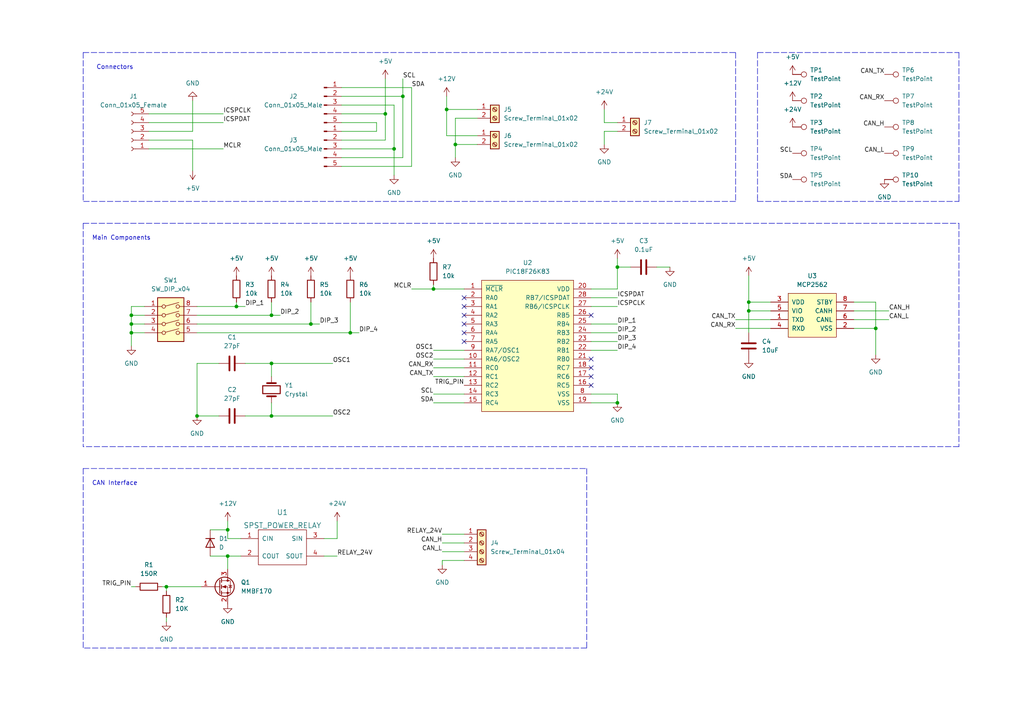
<source format=kicad_sch>
(kicad_sch (version 20211123) (generator eeschema)
  (paper "A4")
  (title_block (title "Towerside CAN Support") (date "2022-09-26") (company "Waterloo Rocketry"))
  (lib_symbols
    (symbol "Connector:Conn_01x05_Female" (pin_names (offset 1.016) hide)
      (property "Reference" "J" (at 0 7.62 0))
      (property "Value" "Conn_01x05_Female" (at 0 -7.62 0))
      (symbol "Conn_01x05_Female_1_1"
        (arc (start 0 -4.572) (mid -0.508 -5.08) (end 0 -5.588) (stroke (width 0.1524)))
        (arc (start 0 -2.032) (mid -0.508 -2.54) (end 0 -3.048) (stroke (width 0.1524)))
        (polyline (pts (xy -1.27 -5.08) (xy -0.508 -5.08)) (stroke (width 0.1524)))
        (polyline (pts (xy -1.27 -2.54) (xy -0.508 -2.54)) (stroke (width 0.1524)))
        (polyline (pts (xy -1.27 0) (xy -0.508 0)) (stroke (width 0.1524)))
        (polyline (pts (xy -1.27 2.54) (xy -0.508 2.54)) (stroke (width 0.1524)))
        (polyline (pts (xy -1.27 5.08) (xy -0.508 5.08)) (stroke (width 0.1524)))
        (arc (start 0 0.508) (mid -0.508 0) (end 0 -0.508) (stroke (width 0.1524)))
        (arc (start 0 3.048) (mid -0.508 2.54) (end 0 2.032) (stroke (width 0.1524)))
        (arc (start 0 5.588) (mid -0.508 5.08) (end 0 4.572) (stroke (width 0.1524)))
        (pin passive line (at -5.08 5.08 0) (length 3.81) (name "Pin_1") (number "1"))
        (pin passive line (at -5.08 2.54 0) (length 3.81) (name "Pin_2") (number "2"))
        (pin passive line (at -5.08 0 0) (length 3.81) (name "Pin_3") (number "3"))
        (pin passive line (at -5.08 -2.54 0) (length 3.81) (name "Pin_4") (number "4"))
        (pin passive line (at -5.08 -5.08 0) (length 3.81) (name "Pin_5") (number "5"))
      )
    )
    (symbol "Connector:Conn_01x05_Male" (pin_names (offset 1.016) hide)
      (property "Reference" "J" (at 0 7.62 0))
      (property "Value" "Conn_01x05_Male" (at 0 -7.62 0))
      (symbol "Conn_01x05_Male_1_1"
        (polyline (pts (xy 1.27 -5.08) (xy 0.8636 -5.08)) (stroke (width 0.1524)))
        (polyline (pts (xy 1.27 -2.54) (xy 0.8636 -2.54)) (stroke (width 0.1524)))
        (polyline (pts (xy 1.27 0) (xy 0.8636 0)) (stroke (width 0.1524)))
        (polyline (pts (xy 1.27 2.54) (xy 0.8636 2.54)) (stroke (width 0.1524)))
        (polyline (pts (xy 1.27 5.08) (xy 0.8636 5.08)) (stroke (width 0.1524)))
        (rectangle (start 0.8636 -4.953) (end 0 -5.207) (stroke (width 0.1524)) (fill (type outline)))
        (rectangle (start 0.8636 -2.413) (end 0 -2.667) (stroke (width 0.1524)) (fill (type outline)))
        (rectangle (start 0.8636 0.127) (end 0 -0.127) (stroke (width 0.1524)) (fill (type outline)))
        (rectangle (start 0.8636 2.667) (end 0 2.413) (stroke (width 0.1524)) (fill (type outline)))
        (rectangle (start 0.8636 5.207) (end 0 4.953) (stroke (width 0.1524)) (fill (type outline)))
        (pin passive line (at 5.08 5.08 180) (length 3.81) (name "Pin_1") (number "1"))
        (pin passive line (at 5.08 2.54 180) (length 3.81) (name "Pin_2") (number "2"))
        (pin passive line (at 5.08 0 180) (length 3.81) (name "Pin_3") (number "3"))
        (pin passive line (at 5.08 -2.54 180) (length 3.81) (name "Pin_4") (number "4"))
        (pin passive line (at 5.08 -5.08 180) (length 3.81) (name "Pin_5") (number "5"))
      )
    )
    (symbol "Connector:Screw_Terminal_01x02" (pin_names (offset 1.016) hide)
      (property "Reference" "J" (at 0 2.54 0))
      (property "Value" "Screw_Terminal_01x02" (at 0 -5.08 0))
      (symbol "Screw_Terminal_01x02_1_1"
        (rectangle (start -1.27 1.27) (end 1.27 -3.81) (stroke (width 0.254)) (fill (type background)))
        (circle (center 0 -2.54) (radius 0.635) (stroke (width 0.1524)))
        (polyline (pts (xy -0.5334 -2.2098) (xy 0.3302 -3.048)) (stroke (width 0.1524)))
        (polyline (pts (xy -0.5334 0.3302) (xy 0.3302 -0.508)) (stroke (width 0.1524)))
        (polyline (pts (xy -0.3556 -2.032) (xy 0.508 -2.8702)) (stroke (width 0.1524)))
        (polyline (pts (xy -0.3556 0.508) (xy 0.508 -0.3302)) (stroke (width 0.1524)))
        (circle (center 0 0) (radius 0.635) (stroke (width 0.1524)))
        (pin passive line (at -5.08 0 0) (length 3.81) (name "Pin_1") (number "1"))
        (pin passive line (at -5.08 -2.54 0) (length 3.81) (name "Pin_2") (number "2"))
      )
    )
    (symbol "Connector:Screw_Terminal_01x04" (pin_names (offset 1.016) hide)
      (property "Reference" "J" (at 0 5.08 0))
      (property "Value" "Screw_Terminal_01x04" (at 0 -7.62 0))
      (symbol "Screw_Terminal_01x04_1_1"
        (rectangle (start -1.27 3.81) (end 1.27 -6.35) (stroke (width 0.254)) (fill (type background)))
        (circle (center 0 -5.08) (radius 0.635) (stroke (width 0.1524)))
        (circle (center 0 -2.54) (radius 0.635) (stroke (width 0.1524)))
        (polyline (pts (xy -0.5334 -4.7498) (xy 0.3302 -5.588)) (stroke (width 0.1524)))
        (polyline (pts (xy -0.5334 -2.2098) (xy 0.3302 -3.048)) (stroke (width 0.1524)))
        (polyline (pts (xy -0.5334 0.3302) (xy 0.3302 -0.508)) (stroke (width 0.1524)))
        (polyline (pts (xy -0.5334 2.8702) (xy 0.3302 2.032)) (stroke (width 0.1524)))
        (polyline (pts (xy -0.3556 -4.572) (xy 0.508 -5.4102)) (stroke (width 0.1524)))
        (polyline (pts (xy -0.3556 -2.032) (xy 0.508 -2.8702)) (stroke (width 0.1524)))
        (polyline (pts (xy -0.3556 0.508) (xy 0.508 -0.3302)) (stroke (width 0.1524)))
        (polyline (pts (xy -0.3556 3.048) (xy 0.508 2.2098)) (stroke (width 0.1524)))
        (circle (center 0 0) (radius 0.635) (stroke (width 0.1524)))
        (circle (center 0 2.54) (radius 0.635) (stroke (width 0.1524)))
        (pin passive line (at -5.08 2.54 0) (length 3.81) (name "Pin_1") (number "1"))
        (pin passive line (at -5.08 0 0) (length 3.81) (name "Pin_2") (number "2"))
        (pin passive line (at -5.08 -2.54 0) (length 3.81) (name "Pin_3") (number "3"))
        (pin passive line (at -5.08 -5.08 0) (length 3.81) (name "Pin_4") (number "4"))
      )
    )
    (symbol "Connector:TestPoint" (pin_numbers hide) (pin_names (offset 0.762) hide)
      (property "Reference" "TP" (at 0 6.858 0))
      (property "Value" "TestPoint" (at 0 5.08 0))
      (symbol "TestPoint_0_1"
        (circle (center 0 3.302) (radius 0.762))
      )
      (symbol "TestPoint_1_1"
        (pin passive line (at 0 0 90) (length 2.54) (name "1") (number "1"))
      )
    )
    (symbol "Device:C" (pin_numbers hide) (pin_names (offset 0.254))
      (property "Reference" "C" (at 0.635 2.54 0))
      (property "Value" "C" (at 0.635 -2.54 0))
      (symbol "C_0_1"
        (polyline (pts (xy -2.032 -0.762) (xy 2.032 -0.762)) (stroke (width 0.508)))
        (polyline (pts (xy -2.032 0.762) (xy 2.032 0.762)) (stroke (width 0.508)))
      )
      (symbol "C_1_1"
        (pin passive line (at 0 3.81 270) (length 2.794) (name "~") (number "1"))
        (pin passive line (at 0 -3.81 90) (length 2.794) (name "~") (number "2"))
      )
    )
    (symbol "Device:Crystal" (pin_numbers hide) (pin_names (offset 1.016) hide)
      (property "Reference" "Y" (at 0 3.81 0))
      (property "Value" "Crystal" (at 0 -3.81 0))
      (symbol "Crystal_0_1"
        (rectangle (start -1.143 2.54) (end 1.143 -2.54) (stroke (width 0.3048)))
        (polyline (pts (xy -2.54 0) (xy -1.905 0)))
        (polyline (pts (xy -1.905 -1.27) (xy -1.905 1.27)) (stroke (width 0.508)))
        (polyline (pts (xy 1.905 -1.27) (xy 1.905 1.27)) (stroke (width 0.508)))
        (polyline (pts (xy 2.54 0) (xy 1.905 0)))
      )
      (symbol "Crystal_1_1"
        (pin passive line (at -3.81 0 0) (length 1.27) (name "1") (number "1"))
        (pin passive line (at 3.81 0 180) (length 1.27) (name "2") (number "2"))
      )
    )
    (symbol "Device:D" (pin_numbers hide) (pin_names (offset 1.016) hide)
      (property "Reference" "D" (at 0 2.54 0))
      (property "Value" "D" (at 0 -2.54 0))
      (symbol "D_0_1"
        (polyline (pts (xy -1.27 1.27) (xy -1.27 -1.27)) (stroke (width 0.254)))
        (polyline (pts (xy 1.27 0) (xy -1.27 0)))
        (polyline (pts (xy 1.27 1.27) (xy 1.27 -1.27) (xy -1.27 0) (xy 1.27 1.27)) (stroke (width 0.254)))
      )
      (symbol "D_1_1"
        (pin passive line (at -3.81 0 0) (length 2.54) (name "K") (number "1"))
        (pin passive line (at 3.81 0 180) (length 2.54) (name "A") (number "2"))
      )
    )
    (symbol "Device:Q_NMOS_GSD" (pin_names (offset 0) hide)
      (property "Reference" "Q" (at 5.08 1.27 0))
      (property "Value" "Q_NMOS_GSD" (at 5.08 -1.27 0))
      (symbol "Q_NMOS_GSD_0_1"
        (polyline (pts (xy 0.254 0) (xy -2.54 0)))
        (polyline (pts (xy 0.254 1.905) (xy 0.254 -1.905)) (stroke (width 0.254)))
        (polyline (pts (xy 0.762 -1.27) (xy 0.762 -2.286)) (stroke (width 0.254)))
        (polyline (pts (xy 0.762 0.508) (xy 0.762 -0.508)) (stroke (width 0.254)))
        (polyline (pts (xy 0.762 2.286) (xy 0.762 1.27)) (stroke (width 0.254)))
        (polyline (pts (xy 2.54 2.54) (xy 2.54 1.778)))
        (polyline (pts (xy 2.54 -2.54) (xy 2.54 0) (xy 0.762 0)))
        (polyline (pts (xy 0.762 -1.778) (xy 3.302 -1.778) (xy 3.302 1.778) (xy 0.762 1.778)))
        (polyline (pts (xy 1.016 0) (xy 2.032 0.381) (xy 2.032 -0.381) (xy 1.016 0)) (fill (type outline)))
        (polyline (pts (xy 2.794 0.508) (xy 2.921 0.381) (xy 3.683 0.381) (xy 3.81 0.254)))
        (polyline (pts (xy 3.302 0.381) (xy 2.921 -0.254) (xy 3.683 -0.254) (xy 3.302 0.381)))
        (circle (center 1.651 0) (radius 2.794) (stroke (width 0.254)))
        (circle (center 2.54 -1.778) (radius 0.254) (fill (type outline)))
        (circle (center 2.54 1.778) (radius 0.254) (fill (type outline)))
      )
      (symbol "Q_NMOS_GSD_1_1"
        (pin input line (at -5.08 0 0) (length 2.54) (name "G") (number "1"))
        (pin passive line (at 2.54 -5.08 90) (length 2.54) (name "S") (number "2"))
        (pin passive line (at 2.54 5.08 270) (length 2.54) (name "D") (number "3"))
      )
    )
    (symbol "Device:R" (pin_numbers hide) (pin_names (offset 0))
      (property "Reference" "R" (at 2.032 0 90))
      (property "Value" "R" (at 0 0 90))
      (symbol "R_0_1"
        (rectangle (start -1.016 -2.54) (end 1.016 2.54) (stroke (width 0.254)))
      )
      (symbol "R_1_1"
        (pin passive line (at 0 3.81 270) (length 1.27) (name "~") (number "1"))
        (pin passive line (at 0 -3.81 90) (length 1.27) (name "~") (number "2"))
      )
    )
    (symbol "Switch:SW_DIP_x04" (pin_names (offset 0) hide)
      (property "Reference" "SW" (at 0 8.89 0))
      (property "Value" "SW_DIP_x04" (at 0 -6.35 0))
      (symbol "SW_DIP_x04_0_0"
        (circle (center -2.032 -2.54) (radius 0.508))
        (circle (center -2.032 0) (radius 0.508))
        (circle (center -2.032 2.54) (radius 0.508))
        (circle (center -2.032 5.08) (radius 0.508))
        (polyline (pts (xy -1.524 -2.3876) (xy 2.3622 -1.3462)))
        (polyline (pts (xy -1.524 0.127) (xy 2.3622 1.1684)))
        (polyline (pts (xy -1.524 2.667) (xy 2.3622 3.7084)))
        (polyline (pts (xy -1.524 5.207) (xy 2.3622 6.2484)))
        (circle (center 2.032 -2.54) (radius 0.508))
        (circle (center 2.032 0) (radius 0.508))
        (circle (center 2.032 2.54) (radius 0.508))
        (circle (center 2.032 5.08) (radius 0.508))
      )
      (symbol "SW_DIP_x04_0_1"
        (rectangle (start -3.81 7.62) (end 3.81 -5.08) (stroke (width 0.254)) (fill (type background)))
      )
      (symbol "SW_DIP_x04_1_1"
        (pin passive line (at -7.62 5.08 0) (length 5.08) (name "~") (number "1"))
        (pin passive line (at -7.62 2.54 0) (length 5.08) (name "~") (number "2"))
        (pin passive line (at -7.62 0 0) (length 5.08) (name "~") (number "3"))
        (pin passive line (at -7.62 -2.54 0) (length 5.08) (name "~") (number "4"))
        (pin passive line (at 7.62 -2.54 180) (length 5.08) (name "~") (number "5"))
        (pin passive line (at 7.62 0 180) (length 5.08) (name "~") (number "6"))
        (pin passive line (at 7.62 2.54 180) (length 5.08) (name "~") (number "7"))
        (pin passive line (at 7.62 5.08 180) (length 5.08) (name "~") (number "8"))
      )
    )
    (symbol "canhw:MCP2562" (pin_names (offset 1.016))
      (property "Reference" "U" (at 5.08 3.81 0))
      (property "Value" "MCP2562" (at -3.81 3.81 0))
      (symbol "MCP2562_0_1"
        (rectangle (start -7.62 2.54) (end 6.35 -10.16) (fill (type background)))
      )
      (symbol "MCP2562_1_1"
        (pin bidirectional line (at -12.7 -5.08 0) (length 5.08) (name "TXD") (number "1"))
        (pin power_in line (at 11.43 -7.62 180) (length 5.08) (name "VSS") (number "2"))
        (pin power_in line (at -12.7 0 0) (length 5.08) (name "VDD") (number "3"))
        (pin bidirectional line (at -12.7 -7.62 0) (length 5.08) (name "RXD") (number "4"))
        (pin bidirectional line (at -12.7 -2.54 0) (length 5.08) (name "VIO") (number "5"))
        (pin bidirectional line (at 11.43 -5.08 180) (length 5.08) (name "CANL") (number "6"))
        (pin bidirectional line (at 11.43 -2.54 180) (length 5.08) (name "CANH") (number "7"))
        (pin bidirectional line (at 11.43 0 180) (length 5.08) (name "STBY") (number "8"))
      )
    )
    (symbol "canhw:PIC18F26K83" (pin_names (offset 1.016))
      (property "Reference" "U" (at 11.43 20.32 0))
      (property "Value" "PIC18F26K83" (at -7.62 20.32 0))
      (symbol "PIC18F26K83_0_1"
        (rectangle (start -13.97 19.05) (end 12.7 -19.05) (fill (type background)))
      )
      (symbol "PIC18F26K83_1_1"
        (pin input line (at -19.05 16.51 0) (length 5.08) (name "~{MCLR}") (number "1"))
        (pin bidirectional line (at -19.05 -3.81 0) (length 5.08) (name "RA6/OSC2") (number "10"))
        (pin bidirectional line (at -19.05 -6.35 0) (length 5.08) (name "RC0") (number "11"))
        (pin bidirectional line (at -19.05 -8.89 0) (length 5.08) (name "RC1") (number "12"))
        (pin bidirectional line (at -19.05 -11.43 0) (length 5.08) (name "RC2") (number "13"))
        (pin bidirectional line (at -19.05 -13.97 0) (length 5.08) (name "RC3") (number "14"))
        (pin bidirectional line (at -19.05 -16.51 0) (length 5.08) (name "RC4") (number "15"))
        (pin bidirectional line (at 17.78 -11.43 180) (length 5.08) (name "RC5") (number "16"))
        (pin bidirectional line (at 17.78 -8.89 180) (length 5.08) (name "RC6") (number "17"))
        (pin bidirectional line (at 17.78 -6.35 180) (length 5.08) (name "RC7") (number "18"))
        (pin power_in line (at 17.78 -16.51 180) (length 5.08) (name "VSS") (number "19"))
        (pin bidirectional line (at -19.05 13.97 0) (length 5.08) (name "RA0") (number "2"))
        (pin power_in line (at 17.78 16.51 180) (length 5.08) (name "VDD") (number "20"))
        (pin bidirectional line (at 17.78 -3.81 180) (length 5.08) (name "RB0") (number "21"))
        (pin bidirectional line (at 17.78 -1.27 180) (length 5.08) (name "RB1") (number "22"))
        (pin bidirectional line (at 17.78 1.27 180) (length 5.08) (name "RB2") (number "23"))
        (pin bidirectional line (at 17.78 3.81 180) (length 5.08) (name "RB3") (number "24"))
        (pin bidirectional line (at 17.78 6.35 180) (length 5.08) (name "RB4") (number "25"))
        (pin bidirectional line (at 17.78 8.89 180) (length 5.08) (name "RB5") (number "26"))
        (pin bidirectional line (at 17.78 11.43 180) (length 5.08) (name "RB6/ICSPCLK") (number "27"))
        (pin bidirectional line (at 17.78 13.97 180) (length 5.08) (name "RB7/ICSPDAT") (number "28"))
        (pin bidirectional line (at -19.05 11.43 0) (length 5.08) (name "RA1") (number "3"))
        (pin bidirectional line (at -19.05 8.89 0) (length 5.08) (name "RA2") (number "4"))
        (pin bidirectional line (at -19.05 6.35 0) (length 5.08) (name "RA3") (number "5"))
        (pin bidirectional line (at -19.05 3.81 0) (length 5.08) (name "RA4") (number "6"))
        (pin bidirectional line (at -19.05 1.27 0) (length 5.08) (name "RA5") (number "7"))
        (pin power_in line (at 17.78 -13.97 180) (length 5.08) (name "VSS") (number "8"))
        (pin bidirectional line (at -19.05 -1.27 0) (length 5.08) (name "RA7/OSC1") (number "9"))
      )
    )
    (symbol "custom:SPST_POWER_RELAY" (pin_names (offset 1.016))
      (property "Reference" "U" (at 5.08 -13.97 0))
      (property "Value" "SPST_POWER_RELAY" (at 0 0 0))
      (symbol "SPST_POWER_RELAY_0_1"
        (rectangle (start -7.62 -2.54) (end 6.35 -12.7))
      )
      (symbol "SPST_POWER_RELAY_1_1"
        (pin input line (at -12.7 -5.08 0) (length 5.08) (name "CIN") (number "1"))
        (pin output line (at -12.7 -10.16 0) (length 5.08) (name "COUT") (number "2"))
        (pin input line (at 11.43 -5.08 180) (length 5.08) (name "SIN") (number "3"))
        (pin output line (at 11.43 -10.16 180) (length 5.08) (name "SOUT") (number "4"))
      )
    )
    (symbol "power:+12V" (power) (pin_names (offset 0))
      (property "Value" "+12V" (at 0 3.556 0))
      (symbol "+12V_0_1"
        (polyline (pts (xy -0.762 1.27) (xy 0 2.54)))
        (polyline (pts (xy 0 0) (xy 0 2.54)))
        (polyline (pts (xy 0 2.54) (xy 0.762 1.27)))
      )
      (symbol "+12V_1_1"
        (pin power_in line (at 0 0 90) (length 0) hide (name "+12V") (number "1"))
      )
    )
    (symbol "power:+24V" (power) (pin_names (offset 0))
      (property "Value" "+24V" (at 0 3.556 0))
      (symbol "+24V_0_1"
        (polyline (pts (xy -0.762 1.27) (xy 0 2.54)))
        (polyline (pts (xy 0 0) (xy 0 2.54)))
        (polyline (pts (xy 0 2.54) (xy 0.762 1.27)))
      )
      (symbol "+24V_1_1"
        (pin power_in line (at 0 0 90) (length 0) hide (name "+24V") (number "1"))
      )
    )
    (symbol "power:+5V" (power) (pin_names (offset 0))
      (property "Value" "+5V" (at 0 3.556 0))
      (symbol "+5V_0_1"
        (polyline (pts (xy -0.762 1.27) (xy 0 2.54)))
        (polyline (pts (xy 0 0) (xy 0 2.54)))
        (polyline (pts (xy 0 2.54) (xy 0.762 1.27)))
      )
      (symbol "+5V_1_1"
        (pin power_in line (at 0 0 90) (length 0) hide (name "+5V") (number "1"))
      )
    )
    (symbol "power:GND" (power) (pin_names (offset 0))
      (property "Value" "GND" (at 0 -3.81 0))
      (symbol "GND_0_1"
        (polyline (pts (xy 0 0) (xy 0 -1.27) (xy 1.27 -1.27) (xy 0 -2.54) (xy -1.27 -1.27) (xy 0 -1.27)))
      )
      (symbol "GND_1_1"
        (pin power_in line (at 0 0 270) (length 0) hide (name "GND") (number "1"))
      )
    )
  )
  (junction (at 48.26 170.18))
  (junction (at 217.17 87.63))
  (junction (at 38.1 96.52))
  (junction (at 217.17 90.17))
  (junction (at 66.04 161.29))
  (junction (at 38.1 93.98))
  (junction (at 114.3 43.18))
  (junction (at 66.04 153.67))
  (junction (at 179.07 116.84))
  (junction (at 78.74 105.41))
  (junction (at 179.07 77.47))
  (junction (at 254 95.25))
  (junction (at 68.58 88.9))
  (junction (at 111.76 33.02))
  (junction (at 57.15 120.65))
  (junction (at 90.17 93.98))
  (junction (at 129.54 31.75))
  (junction (at 78.74 120.65))
  (junction (at 132.08 41.91))
  (junction (at 125.73 83.82))
  (junction (at 116.84 27.94))
  (junction (at 78.74 91.44))
  (junction (at 38.1 91.44))
  (junction (at 101.6 96.52))
  (no_connect (at 171.45 106.68))
  (no_connect (at 171.45 111.76))
  (no_connect (at 171.45 109.22))
  (no_connect (at 171.45 91.44))
  (no_connect (at 134.62 93.98))
  (no_connect (at 134.62 91.44))
  (no_connect (at 134.62 86.36))
  (no_connect (at 134.62 88.9))
  (no_connect (at 134.62 99.06))
  (no_connect (at 134.62 96.52))
  (no_connect (at 171.45 104.14))
  (wire (pts (xy 111.76 40.64) (xy 99.06 40.64)))
  (wire (pts (xy 99.06 43.18) (xy 114.3 43.18)))
  (wire (pts (xy 179.07 116.84) (xy 179.07 114.3)))
  (wire (pts (xy 171.45 99.06) (xy 179.07 99.06)))
  (wire (pts (xy 109.22 38.1) (xy 99.06 38.1)))
  (wire (pts (xy 38.1 91.44) (xy 41.91 91.44)))
  (wire (pts (xy 78.74 105.41) (xy 96.52 105.41)))
  (wire (pts (xy 68.58 87.63) (xy 68.58 88.9)))
  (polyline (pts (xy 213.36 58.42) (xy 24.13 58.42)))
  (wire (pts (xy 217.17 90.17) (xy 217.17 96.52)))
  (wire (pts (xy 57.15 120.65) (xy 63.5 120.65)))
  (wire (pts (xy 116.84 27.94) (xy 116.84 45.72)))
  (wire (pts (xy 38.1 96.52) (xy 38.1 100.33)))
  (wire (pts (xy 128.27 160.02) (xy 134.62 160.02)))
  (wire (pts (xy 213.36 95.25) (xy 223.52 95.25)))
  (wire (pts (xy 190.5 77.47) (xy 194.31 77.47)))
  (wire (pts (xy 119.38 25.4) (xy 99.06 25.4)))
  (polyline (pts (xy 170.18 135.89) (xy 170.18 187.96)))
  (wire (pts (xy 66.04 156.21) (xy 69.85 156.21)))
  (wire (pts (xy 78.74 91.44) (xy 81.28 91.44)))
  (wire (pts (xy 179.07 77.47) (xy 179.07 83.82)))
  (wire (pts (xy 90.17 87.63) (xy 90.17 93.98)))
  (wire (pts (xy 119.38 83.82) (xy 125.73 83.82)))
  (wire (pts (xy 99.06 48.26) (xy 119.38 48.26)))
  (wire (pts (xy 43.18 35.56) (xy 64.77 35.56)))
  (wire (pts (xy 99.06 35.56) (xy 109.22 35.56)))
  (wire (pts (xy 179.07 38.1) (xy 175.26 38.1)))
  (wire (pts (xy 41.91 88.9) (xy 38.1 88.9)))
  (wire (pts (xy 114.3 43.18) (xy 114.3 30.48)))
  (wire (pts (xy 55.88 29.21) (xy 55.88 38.1)))
  (wire (pts (xy 132.08 41.91) (xy 132.08 45.72)))
  (wire (pts (xy 128.27 157.48) (xy 134.62 157.48)))
  (polyline (pts (xy 219.71 15.24) (xy 278.13 15.24)))
  (wire (pts (xy 78.74 109.22) (xy 78.74 105.41)))
  (polyline (pts (xy 24.13 135.89) (xy 24.13 187.96)))
  (wire (pts (xy 175.26 31.75) (xy 175.26 35.56)))
  (wire (pts (xy 48.26 170.18) (xy 58.42 170.18)))
  (wire (pts (xy 254 95.25) (xy 254 102.87)))
  (wire (pts (xy 171.45 93.98) (xy 179.07 93.98)))
  (wire (pts (xy 125.73 83.82) (xy 134.62 83.82)))
  (wire (pts (xy 78.74 116.84) (xy 78.74 120.65)))
  (wire (pts (xy 43.18 38.1) (xy 55.88 38.1)))
  (wire (pts (xy 179.07 77.47) (xy 182.88 77.47)))
  (wire (pts (xy 57.15 105.41) (xy 57.15 120.65)))
  (wire (pts (xy 125.73 109.22) (xy 134.62 109.22)))
  (wire (pts (xy 38.1 88.9) (xy 38.1 91.44)))
  (wire (pts (xy 97.79 151.13) (xy 97.79 156.21)))
  (polyline (pts (xy 170.18 187.96) (xy 24.13 187.96)))
  (wire (pts (xy 116.84 45.72) (xy 99.06 45.72)))
  (wire (pts (xy 43.18 33.02) (xy 64.77 33.02)))
  (wire (pts (xy 71.12 120.65) (xy 78.74 120.65)))
  (wire (pts (xy 129.54 39.37) (xy 138.43 39.37)))
  (wire (pts (xy 138.43 34.29) (xy 132.08 34.29)))
  (wire (pts (xy 66.04 161.29) (xy 66.04 165.1)))
  (wire (pts (xy 171.45 96.52) (xy 179.07 96.52)))
  (wire (pts (xy 93.98 156.21) (xy 97.79 156.21)))
  (wire (pts (xy 171.45 116.84) (xy 179.07 116.84)))
  (wire (pts (xy 116.84 22.86) (xy 116.84 27.94)))
  (wire (pts (xy 171.45 101.6) (xy 179.07 101.6)))
  (wire (pts (xy 223.52 90.17) (xy 217.17 90.17)))
  (wire (pts (xy 171.45 83.82) (xy 179.07 83.82)))
  (wire (pts (xy 138.43 31.75) (xy 129.54 31.75)))
  (wire (pts (xy 43.18 43.18) (xy 64.77 43.18)))
  (wire (pts (xy 43.18 40.64) (xy 55.88 40.64)))
  (wire (pts (xy 101.6 96.52) (xy 104.14 96.52)))
  (wire (pts (xy 48.26 170.18) (xy 48.26 171.45)))
  (wire (pts (xy 134.62 154.94) (xy 128.27 154.94)))
  (wire (pts (xy 119.38 48.26) (xy 119.38 25.4)))
  (wire (pts (xy 101.6 87.63) (xy 101.6 96.52)))
  (wire (pts (xy 132.08 41.91) (xy 138.43 41.91)))
  (polyline (pts (xy 24.13 15.24) (xy 213.36 15.24)))
  (wire (pts (xy 134.62 162.56) (xy 128.27 162.56)))
  (wire (pts (xy 90.17 93.98) (xy 92.71 93.98)))
  (polyline (pts (xy 278.13 58.42) (xy 278.13 57.15)))
  (polyline (pts (xy 278.13 129.54) (xy 24.13 129.54)))
  (wire (pts (xy 38.1 93.98) (xy 38.1 96.52)))
  (wire (pts (xy 125.73 116.84) (xy 134.62 116.84)))
  (wire (pts (xy 63.5 105.41) (xy 57.15 105.41)))
  (wire (pts (xy 247.65 95.25) (xy 254 95.25)))
  (wire (pts (xy 171.45 86.36) (xy 179.07 86.36)))
  (wire (pts (xy 125.73 101.6) (xy 134.62 101.6)))
  (polyline (pts (xy 219.71 58.42) (xy 278.13 58.42)))
  (wire (pts (xy 125.73 114.3) (xy 134.62 114.3)))
  (wire (pts (xy 171.45 88.9) (xy 179.07 88.9)))
  (polyline (pts (xy 278.13 64.77) (xy 278.13 129.54)))
  (wire (pts (xy 57.15 96.52) (xy 101.6 96.52)))
  (polyline (pts (xy 219.71 57.15) (xy 219.71 58.42)))
  (wire (pts (xy 247.65 87.63) (xy 254 87.63)))
  (wire (pts (xy 217.17 90.17) (xy 217.17 87.63)))
  (wire (pts (xy 179.07 74.93) (xy 179.07 77.47)))
  (wire (pts (xy 129.54 27.94) (xy 129.54 31.75)))
  (wire (pts (xy 254 87.63) (xy 254 95.25)))
  (polyline (pts (xy 24.13 135.89) (xy 170.18 135.89)))
  (wire (pts (xy 111.76 33.02) (xy 111.76 40.64)))
  (polyline (pts (xy 24.13 64.77) (xy 24.13 129.54)))
  (wire (pts (xy 48.26 179.07) (xy 48.26 180.34)))
  (wire (pts (xy 66.04 161.29) (xy 69.85 161.29)))
  (wire (pts (xy 111.76 22.86) (xy 111.76 33.02)))
  (polyline (pts (xy 24.13 64.77) (xy 278.13 64.77)))
  (wire (pts (xy 57.15 91.44) (xy 78.74 91.44)))
  (wire (pts (xy 179.07 35.56) (xy 175.26 35.56)))
  (wire (pts (xy 125.73 82.55) (xy 125.73 83.82)))
  (wire (pts (xy 217.17 80.01) (xy 217.17 87.63)))
  (wire (pts (xy 46.99 170.18) (xy 48.26 170.18)))
  (wire (pts (xy 78.74 87.63) (xy 78.74 91.44)))
  (wire (pts (xy 171.45 114.3) (xy 179.07 114.3)))
  (wire (pts (xy 60.96 161.29) (xy 66.04 161.29)))
  (wire (pts (xy 66.04 151.13) (xy 66.04 153.67)))
  (wire (pts (xy 99.06 27.94) (xy 116.84 27.94)))
  (wire (pts (xy 175.26 38.1) (xy 175.26 41.91)))
  (wire (pts (xy 109.22 35.56) (xy 109.22 38.1)))
  (wire (pts (xy 213.36 92.71) (xy 223.52 92.71)))
  (wire (pts (xy 38.1 170.18) (xy 39.37 170.18)))
  (wire (pts (xy 57.15 88.9) (xy 68.58 88.9)))
  (polyline (pts (xy 213.36 15.24) (xy 213.36 58.42)))
  (wire (pts (xy 129.54 31.75) (xy 129.54 39.37)))
  (polyline (pts (xy 24.13 15.24) (xy 24.13 58.42)))
  (wire (pts (xy 38.1 91.44) (xy 38.1 93.98)))
  (wire (pts (xy 55.88 40.64) (xy 55.88 49.53)))
  (wire (pts (xy 71.12 105.41) (xy 78.74 105.41)))
  (wire (pts (xy 93.98 161.29) (xy 97.79 161.29)))
  (polyline (pts (xy 278.13 15.24) (xy 278.13 57.15)))
  (polyline (pts (xy 219.71 15.24) (xy 219.71 57.15)))
  (wire (pts (xy 247.65 90.17) (xy 257.81 90.17)))
  (wire (pts (xy 57.15 93.98) (xy 90.17 93.98)))
  (wire (pts (xy 38.1 93.98) (xy 41.91 93.98)))
  (wire (pts (xy 114.3 30.48) (xy 99.06 30.48)))
  (wire (pts (xy 68.58 88.9) (xy 71.12 88.9)))
  (wire (pts (xy 60.96 153.67) (xy 66.04 153.67)))
  (wire (pts (xy 99.06 33.02) (xy 111.76 33.02)))
  (wire (pts (xy 38.1 96.52) (xy 41.91 96.52)))
  (wire (pts (xy 125.73 106.68) (xy 134.62 106.68)))
  (wire (pts (xy 223.52 87.63) (xy 217.17 87.63)))
  (wire (pts (xy 247.65 92.71) (xy 257.81 92.71)))
  (wire (pts (xy 78.74 120.65) (xy 96.52 120.65)))
  (wire (pts (xy 114.3 43.18) (xy 114.3 50.8)))
  (wire (pts (xy 125.73 104.14) (xy 134.62 104.14)))
  (wire (pts (xy 66.04 153.67) (xy 66.04 156.21)))
  (wire (pts (xy 132.08 34.29) (xy 132.08 41.91)))
  (wire (pts (xy 128.27 162.56) (xy 128.27 163.83)))
  (text "CAN Interface\n" (at 26.67 140.97 0) (effects (font (size 1.27 1.27)) (justify left bottom)))
  (text "Main Components" (at 26.67 69.85 0) (effects (font (size 1.27 1.27)) (justify left bottom)))
  (text "Connectors" (at 27.94 20.32 0) (effects (font (size 1.27 1.27)) (justify left bottom)))
  (label "CAN_L" (at 128.27 160.02 180))
  (label "TRIG_PIN" (at 134.62 111.76 180))
  (label "CAN_L" (at 257.81 92.71 0))
  (label "MCLR" (at 64.77 43.18 0))
  (label "ICSPCLK" (at 179.07 88.9 0))
  (label "DIP_2" (at 179.07 96.52 0))
  (label "CAN_TX" (at 125.73 109.22 180))
  (label "SDA" (at 229.87 52.07 180))
  (label "DIP_1" (at 179.07 93.98 0))
  (label "SDA" (at 125.73 116.84 180))
  (label "CAN_RX" (at 256.54 29.21 180))
  (label "ICSPDAT" (at 64.77 35.56 0))
  (label "DIP_4" (at 104.14 96.52 0))
  (label "CAN_RX" (at 125.73 106.68 180))
  (label "OSC2" (at 96.52 120.65 0))
  (label "DIP_4" (at 179.07 101.6 0))
  (label "SDA" (at 119.38 25.4 0))
  (label "RELAY_24V" (at 128.27 154.94 180))
  (label "OSC1" (at 96.52 105.41 0))
  (label "CAN_H" (at 256.54 36.83 180))
  (label "CAN_H" (at 128.27 157.48 180))
  (label "CAN_TX" (at 213.36 92.71 180))
  (label "CAN_TX" (at 256.54 21.59 180))
  (label "OSC1" (at 125.73 101.6 180))
  (label "SCL" (at 125.73 114.3 180))
  (label "RELAY_24V" (at 97.79 161.29 0))
  (label "ICSPCLK" (at 64.77 33.02 0))
  (label "ICSPDAT" (at 179.07 86.36 0))
  (label "DIP_3" (at 92.71 93.98 0))
  (label "CAN_RX" (at 213.36 95.25 180))
  (label "SCL" (at 229.87 44.45 180))
  (label "TRIG_PIN" (at 38.1 170.18 180))
  (label "DIP_2" (at 81.28 91.44 0))
  (label "OSC2" (at 125.73 104.14 180))
  (label "DIP_3" (at 179.07 99.06 0))
  (label "CAN_H" (at 257.81 90.17 0))
  (label "SCL" (at 116.84 22.86 0))
  (label "DIP_1" (at 71.12 88.9 0))
  (label "CAN_L" (at 256.54 44.45 180))
  (label "MCLR" (at 119.38 83.82 180))
  (symbol (lib_id "Device:R") (at 90.17 83.82 0) (unit 1)
    (property "Reference" "R5" (at 92.71 82.5499 0) (effects (justify left)))
    (property "Value" "10k" (at 92.71 85.0899 0) (effects (justify left)))
    (property "Footprint" "Resistor_SMD:R_0805_2012Metric_Pad1.20x1.40mm_HandSolder" (effects hide))
  )
  (symbol (lib_id "Connector:TestPoint") (at 229.87 21.59 270) (unit 1)
    (property "Reference" "TP1" (at 234.95 20.3199 90) (effects (justify left)))
    (property "Value" "TestPoint" (at 234.95 22.8599 90) (effects (justify left)))
    (property "Footprint" "TestPoint:TestPoint_THTPad_2.0x2.0mm_Drill1.0mm" (effects hide))
  )
  (symbol (lib_id "Connector:TestPoint") (at 229.87 52.07 270) (unit 1)
    (property "Reference" "TP5" (at 234.95 50.7999 90) (effects (justify left)))
    (property "Value" "TestPoint" (at 234.95 53.3399 90) (effects (justify left)))
    (property "Footprint" "TestPoint:TestPoint_THTPad_2.0x2.0mm_Drill1.0mm" (effects hide))
  )
  (symbol (lib_id "power:GND") (at 48.26 180.34 0) (unit 1)
    (property "Reference" "#PWR0103" (effects hide))
    (property "Value" "GND" (at 48.26 185.42 0))
  )
  (symbol (lib_id "Device:R") (at 78.74 83.82 0) (unit 1)
    (property "Reference" "R4" (at 81.28 82.5499 0) (effects (justify left)))
    (property "Value" "10k" (at 81.28 85.0899 0) (effects (justify left)))
    (property "Footprint" "Resistor_SMD:R_0805_2012Metric_Pad1.20x1.40mm_HandSolder" (effects hide))
  )
  (symbol (lib_id "Connector:Conn_01x05_Female") (at 38.1 38.1 180) (unit 1)
    (property "Reference" "J1" (at 38.735 27.94 0))
    (property "Value" "Conn_01x05_Female" (at 38.735 30.48 0))
    (property "Footprint" "canhw_footprints:PinHeader_5x2.54_SMD_90deg_952-3198-1-ND" (effects hide))
  )
  (symbol (lib_id "power:+5V") (at 101.6 80.01 0) (unit 1)
    (property "Reference" "#PWR012" (effects hide))
    (property "Value" "+5V" (at 101.6 74.93 0))
  )
  (symbol (lib_id "power:GND") (at 256.54 52.07 0) (unit 1)
    (property "Reference" "#PWR030" (effects hide))
    (property "Value" "GND" (at 256.54 57.15 0))
  )
  (symbol (lib_id "power:GND") (at 194.31 77.47 0) (unit 1)
    (property "Reference" "#PWR023" (effects hide))
    (property "Value" "GND" (at 194.31 82.55 0))
  )
  (symbol (lib_id "power:+24V") (at 229.87 36.83 0) (unit 1)
    (property "Reference" "#PWR028" (effects hide))
    (property "Value" "+24V" (at 229.87 31.75 0))
  )
  (symbol (lib_id "power:+5V") (at 217.17 80.01 0) (unit 1)
    (property "Reference" "#PWR02" (effects hide))
    (property "Value" "+5V" (at 217.17 74.93 0))
  )
  (symbol (lib_id "power:+12V") (at 129.54 27.94 0) (unit 1)
    (property "Reference" "#PWR017" (effects hide))
    (property "Value" "+12V" (at 129.54 22.86 0))
  )
  (symbol (lib_id "power:+24V") (at 97.79 151.13 0) (unit 1)
    (property "Reference" "#PWR0104" (effects hide))
    (property "Value" "+24V" (at 97.79 146.05 0))
  )
  (symbol (lib_id "Connector:Conn_01x05_Male") (at 93.98 43.18 0) (unit 1)
    (property "Reference" "J3" (at 85.09 40.64 0))
    (property "Value" "Conn_01x05_Male" (at 85.09 43.18 0))
    (property "Footprint" "Connector_JST:JST_XH_S5B-XH-A-1_1x05_P2.50mm_Horizontal" (effects hide))
  )
  (symbol (lib_id "Connector:TestPoint") (at 229.87 36.83 270) (unit 1)
    (property "Reference" "TP3" (at 234.95 35.5599 90) (effects (justify left)))
    (property "Value" "TestPoint" (at 234.95 38.0999 90) (effects (justify left)))
    (property "Footprint" "TestPoint:TestPoint_THTPad_2.0x2.0mm_Drill1.0mm" (effects hide))
  )
  (symbol (lib_id "Connector:Screw_Terminal_01x02") (at 143.51 31.75 0) (unit 1)
    (property "Reference" "J5" (at 146.05 31.7499 0) (effects (justify left)))
    (property "Value" "Screw_Terminal_01x02" (at 146.05 34.2899 0) (effects (justify left)))
    (property "Footprint" "TerminalBlock_Phoenix:TerminalBlock_Phoenix_MKDS-1,5-2-5.08_1x02_P5.08mm_Horizontal" (effects hide))
  )
  (symbol (lib_id "Device:R") (at 125.73 78.74 0) (unit 1)
    (property "Reference" "R7" (at 128.27 77.4699 0) (effects (justify left)))
    (property "Value" "10k" (at 128.27 80.0099 0) (effects (justify left)))
    (property "Footprint" "Resistor_SMD:R_0805_2012Metric_Pad1.20x1.40mm_HandSolder" (effects hide))
  )
  (symbol (lib_id "power:+5V") (at 179.07 74.93 0) (unit 1)
    (property "Reference" "#PWR021" (effects hide))
    (property "Value" "+5V" (at 179.07 69.85 0))
  )
  (symbol (lib_id "power:+5V") (at 111.76 22.86 0) (unit 1)
    (property "Reference" "#PWR013" (effects hide))
    (property "Value" "+5V" (at 111.76 17.78 0))
  )
  (symbol (lib_id "Switch:SW_DIP_x04") (at 49.53 93.98 0) (unit 1)
    (property "Reference" "SW1" (at 49.53 81.28 0))
    (property "Value" "SW_DIP_x04" (at 49.53 83.82 0))
    (property "Footprint" "custom:DIP_SWITCH_4X2" (effects hide))
  )
  (symbol (lib_id "Device:R") (at 101.6 83.82 0) (unit 1)
    (property "Reference" "R6" (at 104.14 82.5499 0) (effects (justify left)))
    (property "Value" "10k" (at 104.14 85.0899 0) (effects (justify left)))
    (property "Footprint" "Resistor_SMD:R_0805_2012Metric_Pad1.20x1.40mm_HandSolder" (effects hide))
  )
  (symbol (lib_id "Connector:TestPoint") (at 256.54 52.07 270) (unit 1)
    (property "Reference" "TP10" (at 261.62 50.7999 90) (effects (justify left)))
    (property "Value" "TestPoint" (at 261.62 53.3399 90) (effects (justify left)))
    (property "Footprint" "TestPoint:TestPoint_THTPad_2.0x2.0mm_Drill1.0mm" (effects hide))
  )
  (symbol (lib_id "power:GND") (at 128.27 163.83 0) (unit 1)
    (property "Reference" "#PWR016" (effects hide))
    (property "Value" "GND" (at 128.27 168.91 0))
  )
  (symbol (lib_id "canhw:MCP2562") (at 236.22 87.63 0) (unit 1)
    (property "Reference" "U3" (at 235.585 80.01 0))
    (property "Value" "MCP2562" (at 235.585 82.55 0))
    (property "Footprint" "Package_SO:SOIC-8_3.9x4.9mm_P1.27mm" (effects hide))
    (property "Datasheet" "http://hades.mech.northwestern.edu/images/5/5e/MCP2562.pdf" (effects hide))
  )
  (symbol (lib_id "Device:C") (at 67.31 120.65 270) (unit 1)
    (property "Reference" "C2" (at 67.31 113.03 90))
    (property "Value" "27pF" (at 67.31 115.57 90))
    (property "Footprint" "Capacitor_SMD:C_0805_2012Metric_Pad1.18x1.45mm_HandSolder" (effects hide))
  )
  (symbol (lib_id "Connector:Screw_Terminal_01x02") (at 143.51 39.37 0) (unit 1)
    (property "Reference" "J6" (at 146.05 39.3699 0) (effects (justify left)))
    (property "Value" "Screw_Terminal_01x02" (at 146.05 41.9099 0) (effects (justify left)))
    (property "Footprint" "TerminalBlock_Phoenix:TerminalBlock_Phoenix_MKDS-1,5-2-5.08_1x02_P5.08mm_Horizontal" (effects hide))
  )
  (symbol (lib_id "power:+5V") (at 78.74 80.01 0) (unit 1)
    (property "Reference" "#PWR09" (effects hide))
    (property "Value" "+5V" (at 78.74 74.93 0))
  )
  (symbol (lib_id "Connector:TestPoint") (at 256.54 44.45 270) (unit 1)
    (property "Reference" "TP9" (at 261.62 43.1799 90) (effects (justify left)))
    (property "Value" "TestPoint" (at 261.62 45.7199 90) (effects (justify left)))
    (property "Footprint" "TestPoint:TestPoint_THTPad_2.0x2.0mm_Drill1.0mm" (effects hide))
  )
  (symbol (lib_id "power:GND") (at 55.88 29.21 180) (unit 1)
    (property "Reference" "#PWR0106" (effects hide))
    (property "Value" "GND" (at 55.88 24.13 0))
  )
  (symbol (lib_id "power:+12V") (at 229.87 29.21 0) (unit 1)
    (property "Reference" "#PWR027" (effects hide))
    (property "Value" "+12V" (at 229.87 24.13 0))
  )
  (symbol (lib_id "power:GND") (at 57.15 120.65 0) (unit 1)
    (property "Reference" "#PWR05" (effects hide))
    (property "Value" "GND" (at 57.15 125.73 0))
  )
  (symbol (lib_id "Device:Q_NMOS_GSD") (at 63.5 170.18 0) (unit 1)
    (property "Reference" "Q1" (at 69.85 168.9099 0) (effects (justify left)))
    (property "Value" "MMBF170" (at 69.85 171.4499 0) (effects (justify left)))
    (property "Footprint" "Package_TO_SOT_SMD:SOT-23_Handsoldering" (effects hide))
  )
  (symbol (lib_id "power:+5V") (at 90.17 80.01 0) (unit 1)
    (property "Reference" "#PWR010" (effects hide))
    (property "Value" "+5V" (at 90.17 74.93 0))
  )
  (symbol (lib_id "power:GND") (at 66.04 175.26 0) (unit 1)
    (property "Reference" "#PWR0102" (effects hide))
    (property "Value" "GND" (at 66.04 180.34 0))
  )
  (symbol (lib_id "power:+24V") (at 175.26 31.75 0) (unit 1)
    (property "Reference" "#PWR019" (effects hide))
    (property "Value" "+24V" (at 175.26 26.67 0))
  )
  (symbol (lib_id "power:GND") (at 114.3 50.8 0) (unit 1)
    (property "Reference" "#PWR014" (effects hide))
    (property "Value" "GND" (at 114.3 55.88 0))
  )
  (symbol (lib_id "Device:R") (at 48.26 175.26 0) (unit 1)
    (property "Reference" "R2" (at 50.8 173.9899 0) (effects (justify left)))
    (property "Value" "10K" (at 50.8 176.5299 0) (effects (justify left)))
    (property "Footprint" "Resistor_SMD:R_0805_2012Metric_Pad1.20x1.40mm_HandSolder" (effects hide))
  )
  (symbol (lib_id "power:GND") (at 175.26 41.91 0) (unit 1)
    (property "Reference" "#PWR020" (effects hide))
    (property "Value" "GND" (at 175.26 46.99 0))
  )
  (symbol (lib_id "power:GND") (at 217.17 104.14 0) (unit 1)
    (property "Reference" "#PWR06" (effects hide))
    (property "Value" "GND" (at 217.17 109.22 0))
  )
  (symbol (lib_id "power:+12V") (at 66.04 151.13 0) (unit 1)
    (property "Reference" "#PWR0101" (effects hide))
    (property "Value" "+12V" (at 66.04 146.05 0))
  )
  (symbol (lib_id "power:GND") (at 132.08 45.72 0) (unit 1)
    (property "Reference" "#PWR018" (effects hide))
    (property "Value" "GND" (at 132.08 50.8 0))
  )
  (symbol (lib_id "power:GND") (at 179.07 116.84 0) (unit 1)
    (property "Reference" "#PWR022" (effects hide))
    (property "Value" "GND" (at 179.07 121.92 0))
  )
  (symbol (lib_id "Connector:Conn_01x05_Male") (at 93.98 30.48 0) (unit 1)
    (property "Reference" "J2" (at 85.09 27.94 0))
    (property "Value" "Conn_01x05_Male" (at 85.09 30.48 0))
    (property "Footprint" "Connector_JST:JST_XH_S5B-XH-A-1_1x05_P2.50mm_Horizontal" (effects hide))
  )
  (symbol (lib_id "Connector:Screw_Terminal_01x04") (at 139.7 157.48 0) (unit 1)
    (property "Reference" "J4" (at 142.24 157.4799 0) (effects (justify left)))
    (property "Value" "Screw_Terminal_01x04" (at 142.24 160.02 0) (effects (justify left)))
    (property "Footprint" "TerminalBlock_Phoenix:TerminalBlock_Phoenix_MKDS-1,5-4-5.08_1x04_P5.08mm_Horizontal" (effects hide))
  )
  (symbol (lib_id "Connector:Screw_Terminal_01x02") (at 184.15 35.56 0) (unit 1)
    (property "Reference" "J7" (at 186.69 35.5599 0) (effects (justify left)))
    (property "Value" "Screw_Terminal_01x02" (at 186.69 38.0999 0) (effects (justify left)))
    (property "Footprint" "TerminalBlock_Phoenix:TerminalBlock_Phoenix_MKDS-1,5-2-5.08_1x02_P5.08mm_Horizontal" (effects hide))
  )
  (symbol (lib_id "power:+5V") (at 125.73 74.93 0) (unit 1)
    (property "Reference" "#PWR015" (effects hide))
    (property "Value" "+5V" (at 125.73 69.85 0))
  )
  (symbol (lib_id "power:+5V") (at 55.88 49.53 180) (unit 1)
    (property "Reference" "#PWR0105" (effects hide))
    (property "Value" "+5V" (at 55.88 54.61 0))
  )
  (symbol (lib_id "Device:D") (at 60.96 157.48 270) (unit 1)
    (property "Reference" "D1" (at 63.5 156.2099 90) (effects (justify left)))
    (property "Value" "D" (at 63.5 158.7499 90) (effects (justify left)))
    (property "Footprint" "Diode_THT:D_DO-35_SOD27_P7.62mm_Horizontal" (effects hide))
  )
  (symbol (lib_id "Device:C") (at 186.69 77.47 90) (unit 1)
    (property "Reference" "C3" (at 186.69 69.85 90))
    (property "Value" "0.1uF" (at 186.69 72.39 90))
    (property "Footprint" "Capacitor_SMD:C_0805_2012Metric_Pad1.18x1.45mm_HandSolder" (effects hide))
  )
  (symbol (lib_id "Device:Crystal") (at 78.74 113.03 90) (unit 1)
    (property "Reference" "Y1" (at 82.55 111.7599 90) (effects (justify right)))
    (property "Value" "Crystal" (at 82.55 114.2999 90) (effects (justify right)))
    (property "Footprint" "Crystal:Crystal_HC49-4H_Vertical" (effects hide))
  )
  (symbol (lib_id "Device:R") (at 68.58 83.82 0) (unit 1)
    (property "Reference" "R3" (at 71.12 82.5499 0) (effects (justify left)))
    (property "Value" "10k" (at 71.12 85.0899 0) (effects (justify left)))
    (property "Footprint" "Resistor_SMD:R_0805_2012Metric_Pad1.20x1.40mm_HandSolder" (effects hide))
  )
  (symbol (lib_id "custom:SPST_POWER_RELAY") (at 82.55 151.13 0) (unit 1)
    (property "Reference" "U1" (at 81.915 148.59 0) (effects (font (size 1.524 1.524))))
    (property "Value" "SPST_POWER_RELAY" (at 81.915 152.4 0) (effects (font (size 1.524 1.524))))
    (property "Footprint" "custom:Relay_SPST_G5LE-1A" (effects hide))
  )
  (symbol (lib_id "Connector:TestPoint") (at 229.87 29.21 270) (unit 1)
    (property "Reference" "TP2" (at 234.95 27.9399 90) (effects (justify left)))
    (property "Value" "TestPoint" (at 234.95 30.4799 90) (effects (justify left)))
    (property "Footprint" "TestPoint:TestPoint_THTPad_2.0x2.0mm_Drill1.0mm" (effects hide))
  )
  (symbol (lib_id "Device:C") (at 217.17 100.33 0) (unit 1)
    (property "Reference" "C4" (at 220.98 99.0599 0) (effects (justify left)))
    (property "Value" "10uF" (at 220.98 101.5999 0) (effects (justify left)))
    (property "Footprint" "Capacitor_SMD:C_0805_2012Metric_Pad1.18x1.45mm_HandSolder" (effects hide))
  )
  (symbol (lib_id "power:GND") (at 254 102.87 0) (unit 1)
    (property "Reference" "#PWR07" (effects hide))
    (property "Value" "GND" (at 254 107.95 0))
  )
  (symbol (lib_id "power:GND") (at 38.1 100.33 0) (unit 1)
    (property "Reference" "#PWR01" (effects hide))
    (property "Value" "GND" (at 38.1 105.41 0))
  )
  (symbol (lib_id "canhw:PIC18F26K83") (at 153.67 100.33 0) (unit 1)
    (property "Reference" "U2" (at 153.035 76.2 0))
    (property "Value" "PIC18F26K83" (at 153.035 78.74 0))
    (property "Footprint" "Package_SO:SOIC-28W_7.5x17.9mm_P1.27mm" (effects hide))
    (property "Datasheet" "http://ww1.microchip.com/downloads/en/DeviceDoc/40001943A.pdf" (effects hide))
  )
  (symbol (lib_id "Device:C") (at 67.31 105.41 270) (unit 1)
    (property "Reference" "C1" (at 67.31 97.79 90))
    (property "Value" "27pF" (at 67.31 100.33 90))
    (property "Footprint" "Capacitor_SMD:C_0805_2012Metric_Pad1.18x1.45mm_HandSolder" (effects hide))
  )
  (symbol (lib_id "Connector:TestPoint") (at 256.54 36.83 270) (unit 1)
    (property "Reference" "TP8" (at 261.62 35.5599 90) (effects (justify left)))
    (property "Value" "TestPoint" (at 261.62 38.0999 90) (effects (justify left)))
    (property "Footprint" "TestPoint:TestPoint_THTPad_2.0x2.0mm_Drill1.0mm" (effects hide))
  )
  (symbol (lib_id "Device:R") (at 43.18 170.18 90) (unit 1)
    (property "Reference" "R1" (at 43.18 163.83 90))
    (property "Value" "150R" (at 43.18 166.37 90))
    (property "Footprint" "Resistor_SMD:R_0805_2012Metric_Pad1.20x1.40mm_HandSolder" (effects hide))
  )
  (symbol (lib_id "power:+5V") (at 229.87 21.59 0) (unit 1)
    (property "Reference" "#PWR026" (effects hide))
    (property "Value" "+5V" (at 229.87 16.51 0))
  )
  (symbol (lib_id "power:+5V") (at 68.58 80.01 0) (unit 1)
    (property "Reference" "#PWR08" (effects hide))
    (property "Value" "+5V" (at 68.58 74.93 0))
  )
  (symbol (lib_id "Connector:TestPoint") (at 256.54 21.59 270) (unit 1)
    (property "Reference" "TP6" (at 261.62 20.3199 90) (effects (justify left)))
    (property "Value" "TestPoint" (at 261.62 22.8599 90) (effects (justify left)))
    (property "Footprint" "TestPoint:TestPoint_THTPad_2.0x2.0mm_Drill1.0mm" (effects hide))
  )
  (symbol (lib_id "Connector:TestPoint") (at 229.87 44.45 270) (unit 1)
    (property "Reference" "TP4" (at 234.95 43.1799 90) (effects (justify left)))
    (property "Value" "TestPoint" (at 234.95 45.7199 90) (effects (justify left)))
    (property "Footprint" "TestPoint:TestPoint_THTPad_2.0x2.0mm_Drill1.0mm" (effects hide))
  )
  (symbol (lib_id "Connector:TestPoint") (at 256.54 29.21 270) (unit 1)
    (property "Reference" "TP7" (at 261.62 27.9399 90) (effects (justify left)))
    (property "Value" "TestPoint" (at 261.62 30.4799 90) (effects (justify left)))
    (property "Footprint" "TestPoint:TestPoint_THTPad_2.0x2.0mm_Drill1.0mm" (effects hide))
  )
)
</source>
